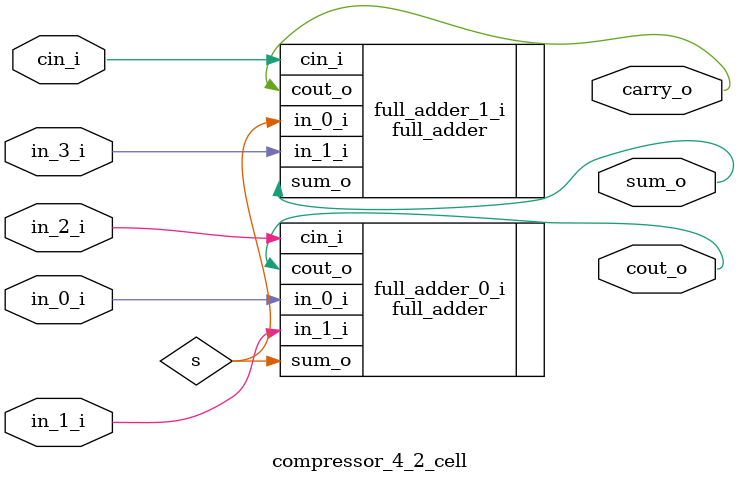
<source format=sv>

module compressor_4_2_cell (
    input  logic in_0_i,
    input  logic in_1_i,
    input  logic in_2_i,
    input  logic in_3_i,
    input  logic cin_i,
    output logic cout_o,
    output logic sum_o,
    output logic carry_o
);
    logic s;

    full_adder full_adder_0_i (
        .in_0_i(in_0_i),
        .in_1_i(in_1_i),
        .cin_i (in_2_i),
        .sum_o (s),
        .cout_o(cout_o)
    );

    full_adder full_adder_1_i (
        .in_0_i(s),
        .in_1_i(in_3_i),
        .cin_i (cin_i),
        .sum_o (sum_o),
        .cout_o(carry_o)
    );

endmodule

</source>
